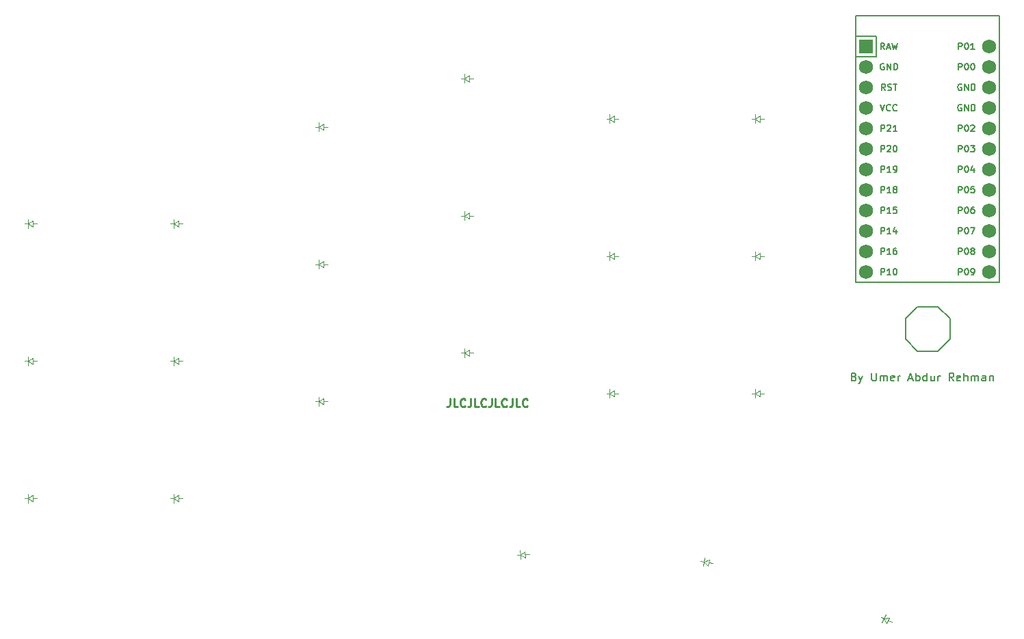
<source format=gbr>
%TF.GenerationSoftware,KiCad,Pcbnew,8.0.7*%
%TF.CreationDate,2024-12-30T14:18:56+04:00*%
%TF.ProjectId,ergoblock,6572676f-626c-46f6-936b-2e6b69636164,v1.0.0*%
%TF.SameCoordinates,Original*%
%TF.FileFunction,Legend,Top*%
%TF.FilePolarity,Positive*%
%FSLAX46Y46*%
G04 Gerber Fmt 4.6, Leading zero omitted, Abs format (unit mm)*
G04 Created by KiCad (PCBNEW 8.0.7) date 2024-12-30 14:18:56*
%MOMM*%
%LPD*%
G01*
G04 APERTURE LIST*
%ADD10C,0.187500*%
%ADD11C,0.250000*%
%ADD12C,0.150000*%
%ADD13C,0.100000*%
%ADD14R,1.752600X1.752600*%
%ADD15C,1.752600*%
G04 APERTURE END LIST*
D10*
X251894783Y-139944059D02*
X252037640Y-139991678D01*
X252037640Y-139991678D02*
X252085259Y-140039297D01*
X252085259Y-140039297D02*
X252132878Y-140134535D01*
X252132878Y-140134535D02*
X252132878Y-140277392D01*
X252132878Y-140277392D02*
X252085259Y-140372630D01*
X252085259Y-140372630D02*
X252037640Y-140420250D01*
X252037640Y-140420250D02*
X251942402Y-140467869D01*
X251942402Y-140467869D02*
X251561450Y-140467869D01*
X251561450Y-140467869D02*
X251561450Y-139467869D01*
X251561450Y-139467869D02*
X251894783Y-139467869D01*
X251894783Y-139467869D02*
X251990021Y-139515488D01*
X251990021Y-139515488D02*
X252037640Y-139563107D01*
X252037640Y-139563107D02*
X252085259Y-139658345D01*
X252085259Y-139658345D02*
X252085259Y-139753583D01*
X252085259Y-139753583D02*
X252037640Y-139848821D01*
X252037640Y-139848821D02*
X251990021Y-139896440D01*
X251990021Y-139896440D02*
X251894783Y-139944059D01*
X251894783Y-139944059D02*
X251561450Y-139944059D01*
X252466212Y-139801202D02*
X252704307Y-140467869D01*
X252942402Y-139801202D02*
X252704307Y-140467869D01*
X252704307Y-140467869D02*
X252609069Y-140705964D01*
X252609069Y-140705964D02*
X252561450Y-140753583D01*
X252561450Y-140753583D02*
X252466212Y-140801202D01*
X254085260Y-139467869D02*
X254085260Y-140277392D01*
X254085260Y-140277392D02*
X254132879Y-140372630D01*
X254132879Y-140372630D02*
X254180498Y-140420250D01*
X254180498Y-140420250D02*
X254275736Y-140467869D01*
X254275736Y-140467869D02*
X254466212Y-140467869D01*
X254466212Y-140467869D02*
X254561450Y-140420250D01*
X254561450Y-140420250D02*
X254609069Y-140372630D01*
X254609069Y-140372630D02*
X254656688Y-140277392D01*
X254656688Y-140277392D02*
X254656688Y-139467869D01*
X255132879Y-140467869D02*
X255132879Y-139801202D01*
X255132879Y-139896440D02*
X255180498Y-139848821D01*
X255180498Y-139848821D02*
X255275736Y-139801202D01*
X255275736Y-139801202D02*
X255418593Y-139801202D01*
X255418593Y-139801202D02*
X255513831Y-139848821D01*
X255513831Y-139848821D02*
X255561450Y-139944059D01*
X255561450Y-139944059D02*
X255561450Y-140467869D01*
X255561450Y-139944059D02*
X255609069Y-139848821D01*
X255609069Y-139848821D02*
X255704307Y-139801202D01*
X255704307Y-139801202D02*
X255847164Y-139801202D01*
X255847164Y-139801202D02*
X255942403Y-139848821D01*
X255942403Y-139848821D02*
X255990022Y-139944059D01*
X255990022Y-139944059D02*
X255990022Y-140467869D01*
X256847164Y-140420250D02*
X256751926Y-140467869D01*
X256751926Y-140467869D02*
X256561450Y-140467869D01*
X256561450Y-140467869D02*
X256466212Y-140420250D01*
X256466212Y-140420250D02*
X256418593Y-140325011D01*
X256418593Y-140325011D02*
X256418593Y-139944059D01*
X256418593Y-139944059D02*
X256466212Y-139848821D01*
X256466212Y-139848821D02*
X256561450Y-139801202D01*
X256561450Y-139801202D02*
X256751926Y-139801202D01*
X256751926Y-139801202D02*
X256847164Y-139848821D01*
X256847164Y-139848821D02*
X256894783Y-139944059D01*
X256894783Y-139944059D02*
X256894783Y-140039297D01*
X256894783Y-140039297D02*
X256418593Y-140134535D01*
X257323355Y-140467869D02*
X257323355Y-139801202D01*
X257323355Y-139991678D02*
X257370974Y-139896440D01*
X257370974Y-139896440D02*
X257418593Y-139848821D01*
X257418593Y-139848821D02*
X257513831Y-139801202D01*
X257513831Y-139801202D02*
X257609069Y-139801202D01*
X258656689Y-140182154D02*
X259132879Y-140182154D01*
X258561451Y-140467869D02*
X258894784Y-139467869D01*
X258894784Y-139467869D02*
X259228117Y-140467869D01*
X259561451Y-140467869D02*
X259561451Y-139467869D01*
X259561451Y-139848821D02*
X259656689Y-139801202D01*
X259656689Y-139801202D02*
X259847165Y-139801202D01*
X259847165Y-139801202D02*
X259942403Y-139848821D01*
X259942403Y-139848821D02*
X259990022Y-139896440D01*
X259990022Y-139896440D02*
X260037641Y-139991678D01*
X260037641Y-139991678D02*
X260037641Y-140277392D01*
X260037641Y-140277392D02*
X259990022Y-140372630D01*
X259990022Y-140372630D02*
X259942403Y-140420250D01*
X259942403Y-140420250D02*
X259847165Y-140467869D01*
X259847165Y-140467869D02*
X259656689Y-140467869D01*
X259656689Y-140467869D02*
X259561451Y-140420250D01*
X260894784Y-140467869D02*
X260894784Y-139467869D01*
X260894784Y-140420250D02*
X260799546Y-140467869D01*
X260799546Y-140467869D02*
X260609070Y-140467869D01*
X260609070Y-140467869D02*
X260513832Y-140420250D01*
X260513832Y-140420250D02*
X260466213Y-140372630D01*
X260466213Y-140372630D02*
X260418594Y-140277392D01*
X260418594Y-140277392D02*
X260418594Y-139991678D01*
X260418594Y-139991678D02*
X260466213Y-139896440D01*
X260466213Y-139896440D02*
X260513832Y-139848821D01*
X260513832Y-139848821D02*
X260609070Y-139801202D01*
X260609070Y-139801202D02*
X260799546Y-139801202D01*
X260799546Y-139801202D02*
X260894784Y-139848821D01*
X261799546Y-139801202D02*
X261799546Y-140467869D01*
X261370975Y-139801202D02*
X261370975Y-140325011D01*
X261370975Y-140325011D02*
X261418594Y-140420250D01*
X261418594Y-140420250D02*
X261513832Y-140467869D01*
X261513832Y-140467869D02*
X261656689Y-140467869D01*
X261656689Y-140467869D02*
X261751927Y-140420250D01*
X261751927Y-140420250D02*
X261799546Y-140372630D01*
X262275737Y-140467869D02*
X262275737Y-139801202D01*
X262275737Y-139991678D02*
X262323356Y-139896440D01*
X262323356Y-139896440D02*
X262370975Y-139848821D01*
X262370975Y-139848821D02*
X262466213Y-139801202D01*
X262466213Y-139801202D02*
X262561451Y-139801202D01*
X264228118Y-140467869D02*
X263894785Y-139991678D01*
X263656690Y-140467869D02*
X263656690Y-139467869D01*
X263656690Y-139467869D02*
X264037642Y-139467869D01*
X264037642Y-139467869D02*
X264132880Y-139515488D01*
X264132880Y-139515488D02*
X264180499Y-139563107D01*
X264180499Y-139563107D02*
X264228118Y-139658345D01*
X264228118Y-139658345D02*
X264228118Y-139801202D01*
X264228118Y-139801202D02*
X264180499Y-139896440D01*
X264180499Y-139896440D02*
X264132880Y-139944059D01*
X264132880Y-139944059D02*
X264037642Y-139991678D01*
X264037642Y-139991678D02*
X263656690Y-139991678D01*
X265037642Y-140420250D02*
X264942404Y-140467869D01*
X264942404Y-140467869D02*
X264751928Y-140467869D01*
X264751928Y-140467869D02*
X264656690Y-140420250D01*
X264656690Y-140420250D02*
X264609071Y-140325011D01*
X264609071Y-140325011D02*
X264609071Y-139944059D01*
X264609071Y-139944059D02*
X264656690Y-139848821D01*
X264656690Y-139848821D02*
X264751928Y-139801202D01*
X264751928Y-139801202D02*
X264942404Y-139801202D01*
X264942404Y-139801202D02*
X265037642Y-139848821D01*
X265037642Y-139848821D02*
X265085261Y-139944059D01*
X265085261Y-139944059D02*
X265085261Y-140039297D01*
X265085261Y-140039297D02*
X264609071Y-140134535D01*
X265513833Y-140467869D02*
X265513833Y-139467869D01*
X265942404Y-140467869D02*
X265942404Y-139944059D01*
X265942404Y-139944059D02*
X265894785Y-139848821D01*
X265894785Y-139848821D02*
X265799547Y-139801202D01*
X265799547Y-139801202D02*
X265656690Y-139801202D01*
X265656690Y-139801202D02*
X265561452Y-139848821D01*
X265561452Y-139848821D02*
X265513833Y-139896440D01*
X266418595Y-140467869D02*
X266418595Y-139801202D01*
X266418595Y-139896440D02*
X266466214Y-139848821D01*
X266466214Y-139848821D02*
X266561452Y-139801202D01*
X266561452Y-139801202D02*
X266704309Y-139801202D01*
X266704309Y-139801202D02*
X266799547Y-139848821D01*
X266799547Y-139848821D02*
X266847166Y-139944059D01*
X266847166Y-139944059D02*
X266847166Y-140467869D01*
X266847166Y-139944059D02*
X266894785Y-139848821D01*
X266894785Y-139848821D02*
X266990023Y-139801202D01*
X266990023Y-139801202D02*
X267132880Y-139801202D01*
X267132880Y-139801202D02*
X267228119Y-139848821D01*
X267228119Y-139848821D02*
X267275738Y-139944059D01*
X267275738Y-139944059D02*
X267275738Y-140467869D01*
X268180499Y-140467869D02*
X268180499Y-139944059D01*
X268180499Y-139944059D02*
X268132880Y-139848821D01*
X268132880Y-139848821D02*
X268037642Y-139801202D01*
X268037642Y-139801202D02*
X267847166Y-139801202D01*
X267847166Y-139801202D02*
X267751928Y-139848821D01*
X268180499Y-140420250D02*
X268085261Y-140467869D01*
X268085261Y-140467869D02*
X267847166Y-140467869D01*
X267847166Y-140467869D02*
X267751928Y-140420250D01*
X267751928Y-140420250D02*
X267704309Y-140325011D01*
X267704309Y-140325011D02*
X267704309Y-140229773D01*
X267704309Y-140229773D02*
X267751928Y-140134535D01*
X267751928Y-140134535D02*
X267847166Y-140086916D01*
X267847166Y-140086916D02*
X268085261Y-140086916D01*
X268085261Y-140086916D02*
X268180499Y-140039297D01*
X268656690Y-139801202D02*
X268656690Y-140467869D01*
X268656690Y-139896440D02*
X268704309Y-139848821D01*
X268704309Y-139848821D02*
X268799547Y-139801202D01*
X268799547Y-139801202D02*
X268942404Y-139801202D01*
X268942404Y-139801202D02*
X269037642Y-139848821D01*
X269037642Y-139848821D02*
X269085261Y-139944059D01*
X269085261Y-139944059D02*
X269085261Y-140467869D01*
D11*
X201888282Y-142664619D02*
X201888282Y-143378904D01*
X201888282Y-143378904D02*
X201840663Y-143521761D01*
X201840663Y-143521761D02*
X201745425Y-143617000D01*
X201745425Y-143617000D02*
X201602568Y-143664619D01*
X201602568Y-143664619D02*
X201507330Y-143664619D01*
X202840663Y-143664619D02*
X202364473Y-143664619D01*
X202364473Y-143664619D02*
X202364473Y-142664619D01*
X203745425Y-143569380D02*
X203697806Y-143617000D01*
X203697806Y-143617000D02*
X203554949Y-143664619D01*
X203554949Y-143664619D02*
X203459711Y-143664619D01*
X203459711Y-143664619D02*
X203316854Y-143617000D01*
X203316854Y-143617000D02*
X203221616Y-143521761D01*
X203221616Y-143521761D02*
X203173997Y-143426523D01*
X203173997Y-143426523D02*
X203126378Y-143236047D01*
X203126378Y-143236047D02*
X203126378Y-143093190D01*
X203126378Y-143093190D02*
X203173997Y-142902714D01*
X203173997Y-142902714D02*
X203221616Y-142807476D01*
X203221616Y-142807476D02*
X203316854Y-142712238D01*
X203316854Y-142712238D02*
X203459711Y-142664619D01*
X203459711Y-142664619D02*
X203554949Y-142664619D01*
X203554949Y-142664619D02*
X203697806Y-142712238D01*
X203697806Y-142712238D02*
X203745425Y-142759857D01*
X204459711Y-142664619D02*
X204459711Y-143378904D01*
X204459711Y-143378904D02*
X204412092Y-143521761D01*
X204412092Y-143521761D02*
X204316854Y-143617000D01*
X204316854Y-143617000D02*
X204173997Y-143664619D01*
X204173997Y-143664619D02*
X204078759Y-143664619D01*
X205412092Y-143664619D02*
X204935902Y-143664619D01*
X204935902Y-143664619D02*
X204935902Y-142664619D01*
X206316854Y-143569380D02*
X206269235Y-143617000D01*
X206269235Y-143617000D02*
X206126378Y-143664619D01*
X206126378Y-143664619D02*
X206031140Y-143664619D01*
X206031140Y-143664619D02*
X205888283Y-143617000D01*
X205888283Y-143617000D02*
X205793045Y-143521761D01*
X205793045Y-143521761D02*
X205745426Y-143426523D01*
X205745426Y-143426523D02*
X205697807Y-143236047D01*
X205697807Y-143236047D02*
X205697807Y-143093190D01*
X205697807Y-143093190D02*
X205745426Y-142902714D01*
X205745426Y-142902714D02*
X205793045Y-142807476D01*
X205793045Y-142807476D02*
X205888283Y-142712238D01*
X205888283Y-142712238D02*
X206031140Y-142664619D01*
X206031140Y-142664619D02*
X206126378Y-142664619D01*
X206126378Y-142664619D02*
X206269235Y-142712238D01*
X206269235Y-142712238D02*
X206316854Y-142759857D01*
X207031140Y-142664619D02*
X207031140Y-143378904D01*
X207031140Y-143378904D02*
X206983521Y-143521761D01*
X206983521Y-143521761D02*
X206888283Y-143617000D01*
X206888283Y-143617000D02*
X206745426Y-143664619D01*
X206745426Y-143664619D02*
X206650188Y-143664619D01*
X207983521Y-143664619D02*
X207507331Y-143664619D01*
X207507331Y-143664619D02*
X207507331Y-142664619D01*
X208888283Y-143569380D02*
X208840664Y-143617000D01*
X208840664Y-143617000D02*
X208697807Y-143664619D01*
X208697807Y-143664619D02*
X208602569Y-143664619D01*
X208602569Y-143664619D02*
X208459712Y-143617000D01*
X208459712Y-143617000D02*
X208364474Y-143521761D01*
X208364474Y-143521761D02*
X208316855Y-143426523D01*
X208316855Y-143426523D02*
X208269236Y-143236047D01*
X208269236Y-143236047D02*
X208269236Y-143093190D01*
X208269236Y-143093190D02*
X208316855Y-142902714D01*
X208316855Y-142902714D02*
X208364474Y-142807476D01*
X208364474Y-142807476D02*
X208459712Y-142712238D01*
X208459712Y-142712238D02*
X208602569Y-142664619D01*
X208602569Y-142664619D02*
X208697807Y-142664619D01*
X208697807Y-142664619D02*
X208840664Y-142712238D01*
X208840664Y-142712238D02*
X208888283Y-142759857D01*
X209602569Y-142664619D02*
X209602569Y-143378904D01*
X209602569Y-143378904D02*
X209554950Y-143521761D01*
X209554950Y-143521761D02*
X209459712Y-143617000D01*
X209459712Y-143617000D02*
X209316855Y-143664619D01*
X209316855Y-143664619D02*
X209221617Y-143664619D01*
X210554950Y-143664619D02*
X210078760Y-143664619D01*
X210078760Y-143664619D02*
X210078760Y-142664619D01*
X211459712Y-143569380D02*
X211412093Y-143617000D01*
X211412093Y-143617000D02*
X211269236Y-143664619D01*
X211269236Y-143664619D02*
X211173998Y-143664619D01*
X211173998Y-143664619D02*
X211031141Y-143617000D01*
X211031141Y-143617000D02*
X210935903Y-143521761D01*
X210935903Y-143521761D02*
X210888284Y-143426523D01*
X210888284Y-143426523D02*
X210840665Y-143236047D01*
X210840665Y-143236047D02*
X210840665Y-143093190D01*
X210840665Y-143093190D02*
X210888284Y-142902714D01*
X210888284Y-142902714D02*
X210935903Y-142807476D01*
X210935903Y-142807476D02*
X211031141Y-142712238D01*
X211031141Y-142712238D02*
X211173998Y-142664619D01*
X211173998Y-142664619D02*
X211269236Y-142664619D01*
X211269236Y-142664619D02*
X211412093Y-142712238D01*
X211412093Y-142712238D02*
X211459712Y-142759857D01*
D12*
X264828571Y-127332295D02*
X264828571Y-126532295D01*
X264828571Y-126532295D02*
X265133333Y-126532295D01*
X265133333Y-126532295D02*
X265209523Y-126570390D01*
X265209523Y-126570390D02*
X265247618Y-126608485D01*
X265247618Y-126608485D02*
X265285714Y-126684676D01*
X265285714Y-126684676D02*
X265285714Y-126798961D01*
X265285714Y-126798961D02*
X265247618Y-126875152D01*
X265247618Y-126875152D02*
X265209523Y-126913247D01*
X265209523Y-126913247D02*
X265133333Y-126951342D01*
X265133333Y-126951342D02*
X264828571Y-126951342D01*
X265780952Y-126532295D02*
X265857142Y-126532295D01*
X265857142Y-126532295D02*
X265933333Y-126570390D01*
X265933333Y-126570390D02*
X265971428Y-126608485D01*
X265971428Y-126608485D02*
X266009523Y-126684676D01*
X266009523Y-126684676D02*
X266047618Y-126837057D01*
X266047618Y-126837057D02*
X266047618Y-127027533D01*
X266047618Y-127027533D02*
X266009523Y-127179914D01*
X266009523Y-127179914D02*
X265971428Y-127256104D01*
X265971428Y-127256104D02*
X265933333Y-127294200D01*
X265933333Y-127294200D02*
X265857142Y-127332295D01*
X265857142Y-127332295D02*
X265780952Y-127332295D01*
X265780952Y-127332295D02*
X265704761Y-127294200D01*
X265704761Y-127294200D02*
X265666666Y-127256104D01*
X265666666Y-127256104D02*
X265628571Y-127179914D01*
X265628571Y-127179914D02*
X265590475Y-127027533D01*
X265590475Y-127027533D02*
X265590475Y-126837057D01*
X265590475Y-126837057D02*
X265628571Y-126684676D01*
X265628571Y-126684676D02*
X265666666Y-126608485D01*
X265666666Y-126608485D02*
X265704761Y-126570390D01*
X265704761Y-126570390D02*
X265780952Y-126532295D01*
X266428571Y-127332295D02*
X266580952Y-127332295D01*
X266580952Y-127332295D02*
X266657142Y-127294200D01*
X266657142Y-127294200D02*
X266695238Y-127256104D01*
X266695238Y-127256104D02*
X266771428Y-127141819D01*
X266771428Y-127141819D02*
X266809523Y-126989438D01*
X266809523Y-126989438D02*
X266809523Y-126684676D01*
X266809523Y-126684676D02*
X266771428Y-126608485D01*
X266771428Y-126608485D02*
X266733333Y-126570390D01*
X266733333Y-126570390D02*
X266657142Y-126532295D01*
X266657142Y-126532295D02*
X266504761Y-126532295D01*
X266504761Y-126532295D02*
X266428571Y-126570390D01*
X266428571Y-126570390D02*
X266390476Y-126608485D01*
X266390476Y-126608485D02*
X266352380Y-126684676D01*
X266352380Y-126684676D02*
X266352380Y-126875152D01*
X266352380Y-126875152D02*
X266390476Y-126951342D01*
X266390476Y-126951342D02*
X266428571Y-126989438D01*
X266428571Y-126989438D02*
X266504761Y-127027533D01*
X266504761Y-127027533D02*
X266657142Y-127027533D01*
X266657142Y-127027533D02*
X266733333Y-126989438D01*
X266733333Y-126989438D02*
X266771428Y-126951342D01*
X266771428Y-126951342D02*
X266809523Y-126875152D01*
X255228571Y-119712295D02*
X255228571Y-118912295D01*
X255228571Y-118912295D02*
X255533333Y-118912295D01*
X255533333Y-118912295D02*
X255609523Y-118950390D01*
X255609523Y-118950390D02*
X255647618Y-118988485D01*
X255647618Y-118988485D02*
X255685714Y-119064676D01*
X255685714Y-119064676D02*
X255685714Y-119178961D01*
X255685714Y-119178961D02*
X255647618Y-119255152D01*
X255647618Y-119255152D02*
X255609523Y-119293247D01*
X255609523Y-119293247D02*
X255533333Y-119331342D01*
X255533333Y-119331342D02*
X255228571Y-119331342D01*
X256447618Y-119712295D02*
X255990475Y-119712295D01*
X256219047Y-119712295D02*
X256219047Y-118912295D01*
X256219047Y-118912295D02*
X256142856Y-119026580D01*
X256142856Y-119026580D02*
X256066666Y-119102771D01*
X256066666Y-119102771D02*
X255990475Y-119140866D01*
X257171428Y-118912295D02*
X256790476Y-118912295D01*
X256790476Y-118912295D02*
X256752380Y-119293247D01*
X256752380Y-119293247D02*
X256790476Y-119255152D01*
X256790476Y-119255152D02*
X256866666Y-119217057D01*
X256866666Y-119217057D02*
X257057142Y-119217057D01*
X257057142Y-119217057D02*
X257133333Y-119255152D01*
X257133333Y-119255152D02*
X257171428Y-119293247D01*
X257171428Y-119293247D02*
X257209523Y-119369438D01*
X257209523Y-119369438D02*
X257209523Y-119559914D01*
X257209523Y-119559914D02*
X257171428Y-119636104D01*
X257171428Y-119636104D02*
X257133333Y-119674200D01*
X257133333Y-119674200D02*
X257057142Y-119712295D01*
X257057142Y-119712295D02*
X256866666Y-119712295D01*
X256866666Y-119712295D02*
X256790476Y-119674200D01*
X256790476Y-119674200D02*
X256752380Y-119636104D01*
X264828571Y-124792295D02*
X264828571Y-123992295D01*
X264828571Y-123992295D02*
X265133333Y-123992295D01*
X265133333Y-123992295D02*
X265209523Y-124030390D01*
X265209523Y-124030390D02*
X265247618Y-124068485D01*
X265247618Y-124068485D02*
X265285714Y-124144676D01*
X265285714Y-124144676D02*
X265285714Y-124258961D01*
X265285714Y-124258961D02*
X265247618Y-124335152D01*
X265247618Y-124335152D02*
X265209523Y-124373247D01*
X265209523Y-124373247D02*
X265133333Y-124411342D01*
X265133333Y-124411342D02*
X264828571Y-124411342D01*
X265780952Y-123992295D02*
X265857142Y-123992295D01*
X265857142Y-123992295D02*
X265933333Y-124030390D01*
X265933333Y-124030390D02*
X265971428Y-124068485D01*
X265971428Y-124068485D02*
X266009523Y-124144676D01*
X266009523Y-124144676D02*
X266047618Y-124297057D01*
X266047618Y-124297057D02*
X266047618Y-124487533D01*
X266047618Y-124487533D02*
X266009523Y-124639914D01*
X266009523Y-124639914D02*
X265971428Y-124716104D01*
X265971428Y-124716104D02*
X265933333Y-124754200D01*
X265933333Y-124754200D02*
X265857142Y-124792295D01*
X265857142Y-124792295D02*
X265780952Y-124792295D01*
X265780952Y-124792295D02*
X265704761Y-124754200D01*
X265704761Y-124754200D02*
X265666666Y-124716104D01*
X265666666Y-124716104D02*
X265628571Y-124639914D01*
X265628571Y-124639914D02*
X265590475Y-124487533D01*
X265590475Y-124487533D02*
X265590475Y-124297057D01*
X265590475Y-124297057D02*
X265628571Y-124144676D01*
X265628571Y-124144676D02*
X265666666Y-124068485D01*
X265666666Y-124068485D02*
X265704761Y-124030390D01*
X265704761Y-124030390D02*
X265780952Y-123992295D01*
X266504761Y-124335152D02*
X266428571Y-124297057D01*
X266428571Y-124297057D02*
X266390476Y-124258961D01*
X266390476Y-124258961D02*
X266352380Y-124182771D01*
X266352380Y-124182771D02*
X266352380Y-124144676D01*
X266352380Y-124144676D02*
X266390476Y-124068485D01*
X266390476Y-124068485D02*
X266428571Y-124030390D01*
X266428571Y-124030390D02*
X266504761Y-123992295D01*
X266504761Y-123992295D02*
X266657142Y-123992295D01*
X266657142Y-123992295D02*
X266733333Y-124030390D01*
X266733333Y-124030390D02*
X266771428Y-124068485D01*
X266771428Y-124068485D02*
X266809523Y-124144676D01*
X266809523Y-124144676D02*
X266809523Y-124182771D01*
X266809523Y-124182771D02*
X266771428Y-124258961D01*
X266771428Y-124258961D02*
X266733333Y-124297057D01*
X266733333Y-124297057D02*
X266657142Y-124335152D01*
X266657142Y-124335152D02*
X266504761Y-124335152D01*
X266504761Y-124335152D02*
X266428571Y-124373247D01*
X266428571Y-124373247D02*
X266390476Y-124411342D01*
X266390476Y-124411342D02*
X266352380Y-124487533D01*
X266352380Y-124487533D02*
X266352380Y-124639914D01*
X266352380Y-124639914D02*
X266390476Y-124716104D01*
X266390476Y-124716104D02*
X266428571Y-124754200D01*
X266428571Y-124754200D02*
X266504761Y-124792295D01*
X266504761Y-124792295D02*
X266657142Y-124792295D01*
X266657142Y-124792295D02*
X266733333Y-124754200D01*
X266733333Y-124754200D02*
X266771428Y-124716104D01*
X266771428Y-124716104D02*
X266809523Y-124639914D01*
X266809523Y-124639914D02*
X266809523Y-124487533D01*
X266809523Y-124487533D02*
X266771428Y-124411342D01*
X266771428Y-124411342D02*
X266733333Y-124373247D01*
X266733333Y-124373247D02*
X266657142Y-124335152D01*
X255228571Y-114632295D02*
X255228571Y-113832295D01*
X255228571Y-113832295D02*
X255533333Y-113832295D01*
X255533333Y-113832295D02*
X255609523Y-113870390D01*
X255609523Y-113870390D02*
X255647618Y-113908485D01*
X255647618Y-113908485D02*
X255685714Y-113984676D01*
X255685714Y-113984676D02*
X255685714Y-114098961D01*
X255685714Y-114098961D02*
X255647618Y-114175152D01*
X255647618Y-114175152D02*
X255609523Y-114213247D01*
X255609523Y-114213247D02*
X255533333Y-114251342D01*
X255533333Y-114251342D02*
X255228571Y-114251342D01*
X256447618Y-114632295D02*
X255990475Y-114632295D01*
X256219047Y-114632295D02*
X256219047Y-113832295D01*
X256219047Y-113832295D02*
X256142856Y-113946580D01*
X256142856Y-113946580D02*
X256066666Y-114022771D01*
X256066666Y-114022771D02*
X255990475Y-114060866D01*
X256828571Y-114632295D02*
X256980952Y-114632295D01*
X256980952Y-114632295D02*
X257057142Y-114594200D01*
X257057142Y-114594200D02*
X257095238Y-114556104D01*
X257095238Y-114556104D02*
X257171428Y-114441819D01*
X257171428Y-114441819D02*
X257209523Y-114289438D01*
X257209523Y-114289438D02*
X257209523Y-113984676D01*
X257209523Y-113984676D02*
X257171428Y-113908485D01*
X257171428Y-113908485D02*
X257133333Y-113870390D01*
X257133333Y-113870390D02*
X257057142Y-113832295D01*
X257057142Y-113832295D02*
X256904761Y-113832295D01*
X256904761Y-113832295D02*
X256828571Y-113870390D01*
X256828571Y-113870390D02*
X256790476Y-113908485D01*
X256790476Y-113908485D02*
X256752380Y-113984676D01*
X256752380Y-113984676D02*
X256752380Y-114175152D01*
X256752380Y-114175152D02*
X256790476Y-114251342D01*
X256790476Y-114251342D02*
X256828571Y-114289438D01*
X256828571Y-114289438D02*
X256904761Y-114327533D01*
X256904761Y-114327533D02*
X257057142Y-114327533D01*
X257057142Y-114327533D02*
X257133333Y-114289438D01*
X257133333Y-114289438D02*
X257171428Y-114251342D01*
X257171428Y-114251342D02*
X257209523Y-114175152D01*
X255228571Y-112092295D02*
X255228571Y-111292295D01*
X255228571Y-111292295D02*
X255533333Y-111292295D01*
X255533333Y-111292295D02*
X255609523Y-111330390D01*
X255609523Y-111330390D02*
X255647618Y-111368485D01*
X255647618Y-111368485D02*
X255685714Y-111444676D01*
X255685714Y-111444676D02*
X255685714Y-111558961D01*
X255685714Y-111558961D02*
X255647618Y-111635152D01*
X255647618Y-111635152D02*
X255609523Y-111673247D01*
X255609523Y-111673247D02*
X255533333Y-111711342D01*
X255533333Y-111711342D02*
X255228571Y-111711342D01*
X255990475Y-111368485D02*
X256028571Y-111330390D01*
X256028571Y-111330390D02*
X256104761Y-111292295D01*
X256104761Y-111292295D02*
X256295237Y-111292295D01*
X256295237Y-111292295D02*
X256371428Y-111330390D01*
X256371428Y-111330390D02*
X256409523Y-111368485D01*
X256409523Y-111368485D02*
X256447618Y-111444676D01*
X256447618Y-111444676D02*
X256447618Y-111520866D01*
X256447618Y-111520866D02*
X256409523Y-111635152D01*
X256409523Y-111635152D02*
X255952380Y-112092295D01*
X255952380Y-112092295D02*
X256447618Y-112092295D01*
X256942857Y-111292295D02*
X257019047Y-111292295D01*
X257019047Y-111292295D02*
X257095238Y-111330390D01*
X257095238Y-111330390D02*
X257133333Y-111368485D01*
X257133333Y-111368485D02*
X257171428Y-111444676D01*
X257171428Y-111444676D02*
X257209523Y-111597057D01*
X257209523Y-111597057D02*
X257209523Y-111787533D01*
X257209523Y-111787533D02*
X257171428Y-111939914D01*
X257171428Y-111939914D02*
X257133333Y-112016104D01*
X257133333Y-112016104D02*
X257095238Y-112054200D01*
X257095238Y-112054200D02*
X257019047Y-112092295D01*
X257019047Y-112092295D02*
X256942857Y-112092295D01*
X256942857Y-112092295D02*
X256866666Y-112054200D01*
X256866666Y-112054200D02*
X256828571Y-112016104D01*
X256828571Y-112016104D02*
X256790476Y-111939914D01*
X256790476Y-111939914D02*
X256752380Y-111787533D01*
X256752380Y-111787533D02*
X256752380Y-111597057D01*
X256752380Y-111597057D02*
X256790476Y-111444676D01*
X256790476Y-111444676D02*
X256828571Y-111368485D01*
X256828571Y-111368485D02*
X256866666Y-111330390D01*
X256866666Y-111330390D02*
X256942857Y-111292295D01*
X265190476Y-103710390D02*
X265114286Y-103672295D01*
X265114286Y-103672295D02*
X265000000Y-103672295D01*
X265000000Y-103672295D02*
X264885714Y-103710390D01*
X264885714Y-103710390D02*
X264809524Y-103786580D01*
X264809524Y-103786580D02*
X264771429Y-103862771D01*
X264771429Y-103862771D02*
X264733333Y-104015152D01*
X264733333Y-104015152D02*
X264733333Y-104129438D01*
X264733333Y-104129438D02*
X264771429Y-104281819D01*
X264771429Y-104281819D02*
X264809524Y-104358009D01*
X264809524Y-104358009D02*
X264885714Y-104434200D01*
X264885714Y-104434200D02*
X265000000Y-104472295D01*
X265000000Y-104472295D02*
X265076191Y-104472295D01*
X265076191Y-104472295D02*
X265190476Y-104434200D01*
X265190476Y-104434200D02*
X265228572Y-104396104D01*
X265228572Y-104396104D02*
X265228572Y-104129438D01*
X265228572Y-104129438D02*
X265076191Y-104129438D01*
X265571429Y-104472295D02*
X265571429Y-103672295D01*
X265571429Y-103672295D02*
X266028572Y-104472295D01*
X266028572Y-104472295D02*
X266028572Y-103672295D01*
X266409524Y-104472295D02*
X266409524Y-103672295D01*
X266409524Y-103672295D02*
X266600000Y-103672295D01*
X266600000Y-103672295D02*
X266714286Y-103710390D01*
X266714286Y-103710390D02*
X266790476Y-103786580D01*
X266790476Y-103786580D02*
X266828571Y-103862771D01*
X266828571Y-103862771D02*
X266866667Y-104015152D01*
X266866667Y-104015152D02*
X266866667Y-104129438D01*
X266866667Y-104129438D02*
X266828571Y-104281819D01*
X266828571Y-104281819D02*
X266790476Y-104358009D01*
X266790476Y-104358009D02*
X266714286Y-104434200D01*
X266714286Y-104434200D02*
X266600000Y-104472295D01*
X266600000Y-104472295D02*
X266409524Y-104472295D01*
X255228571Y-122252295D02*
X255228571Y-121452295D01*
X255228571Y-121452295D02*
X255533333Y-121452295D01*
X255533333Y-121452295D02*
X255609523Y-121490390D01*
X255609523Y-121490390D02*
X255647618Y-121528485D01*
X255647618Y-121528485D02*
X255685714Y-121604676D01*
X255685714Y-121604676D02*
X255685714Y-121718961D01*
X255685714Y-121718961D02*
X255647618Y-121795152D01*
X255647618Y-121795152D02*
X255609523Y-121833247D01*
X255609523Y-121833247D02*
X255533333Y-121871342D01*
X255533333Y-121871342D02*
X255228571Y-121871342D01*
X256447618Y-122252295D02*
X255990475Y-122252295D01*
X256219047Y-122252295D02*
X256219047Y-121452295D01*
X256219047Y-121452295D02*
X256142856Y-121566580D01*
X256142856Y-121566580D02*
X256066666Y-121642771D01*
X256066666Y-121642771D02*
X255990475Y-121680866D01*
X257133333Y-121718961D02*
X257133333Y-122252295D01*
X256942857Y-121414200D02*
X256752380Y-121985628D01*
X256752380Y-121985628D02*
X257247619Y-121985628D01*
X264828571Y-122252295D02*
X264828571Y-121452295D01*
X264828571Y-121452295D02*
X265133333Y-121452295D01*
X265133333Y-121452295D02*
X265209523Y-121490390D01*
X265209523Y-121490390D02*
X265247618Y-121528485D01*
X265247618Y-121528485D02*
X265285714Y-121604676D01*
X265285714Y-121604676D02*
X265285714Y-121718961D01*
X265285714Y-121718961D02*
X265247618Y-121795152D01*
X265247618Y-121795152D02*
X265209523Y-121833247D01*
X265209523Y-121833247D02*
X265133333Y-121871342D01*
X265133333Y-121871342D02*
X264828571Y-121871342D01*
X265780952Y-121452295D02*
X265857142Y-121452295D01*
X265857142Y-121452295D02*
X265933333Y-121490390D01*
X265933333Y-121490390D02*
X265971428Y-121528485D01*
X265971428Y-121528485D02*
X266009523Y-121604676D01*
X266009523Y-121604676D02*
X266047618Y-121757057D01*
X266047618Y-121757057D02*
X266047618Y-121947533D01*
X266047618Y-121947533D02*
X266009523Y-122099914D01*
X266009523Y-122099914D02*
X265971428Y-122176104D01*
X265971428Y-122176104D02*
X265933333Y-122214200D01*
X265933333Y-122214200D02*
X265857142Y-122252295D01*
X265857142Y-122252295D02*
X265780952Y-122252295D01*
X265780952Y-122252295D02*
X265704761Y-122214200D01*
X265704761Y-122214200D02*
X265666666Y-122176104D01*
X265666666Y-122176104D02*
X265628571Y-122099914D01*
X265628571Y-122099914D02*
X265590475Y-121947533D01*
X265590475Y-121947533D02*
X265590475Y-121757057D01*
X265590475Y-121757057D02*
X265628571Y-121604676D01*
X265628571Y-121604676D02*
X265666666Y-121528485D01*
X265666666Y-121528485D02*
X265704761Y-121490390D01*
X265704761Y-121490390D02*
X265780952Y-121452295D01*
X266314285Y-121452295D02*
X266847619Y-121452295D01*
X266847619Y-121452295D02*
X266504761Y-122252295D01*
X255228571Y-109552295D02*
X255228571Y-108752295D01*
X255228571Y-108752295D02*
X255533333Y-108752295D01*
X255533333Y-108752295D02*
X255609523Y-108790390D01*
X255609523Y-108790390D02*
X255647618Y-108828485D01*
X255647618Y-108828485D02*
X255685714Y-108904676D01*
X255685714Y-108904676D02*
X255685714Y-109018961D01*
X255685714Y-109018961D02*
X255647618Y-109095152D01*
X255647618Y-109095152D02*
X255609523Y-109133247D01*
X255609523Y-109133247D02*
X255533333Y-109171342D01*
X255533333Y-109171342D02*
X255228571Y-109171342D01*
X255990475Y-108828485D02*
X256028571Y-108790390D01*
X256028571Y-108790390D02*
X256104761Y-108752295D01*
X256104761Y-108752295D02*
X256295237Y-108752295D01*
X256295237Y-108752295D02*
X256371428Y-108790390D01*
X256371428Y-108790390D02*
X256409523Y-108828485D01*
X256409523Y-108828485D02*
X256447618Y-108904676D01*
X256447618Y-108904676D02*
X256447618Y-108980866D01*
X256447618Y-108980866D02*
X256409523Y-109095152D01*
X256409523Y-109095152D02*
X255952380Y-109552295D01*
X255952380Y-109552295D02*
X256447618Y-109552295D01*
X257209523Y-109552295D02*
X256752380Y-109552295D01*
X256980952Y-109552295D02*
X256980952Y-108752295D01*
X256980952Y-108752295D02*
X256904761Y-108866580D01*
X256904761Y-108866580D02*
X256828571Y-108942771D01*
X256828571Y-108942771D02*
X256752380Y-108980866D01*
X264828571Y-99392295D02*
X264828571Y-98592295D01*
X264828571Y-98592295D02*
X265133333Y-98592295D01*
X265133333Y-98592295D02*
X265209523Y-98630390D01*
X265209523Y-98630390D02*
X265247618Y-98668485D01*
X265247618Y-98668485D02*
X265285714Y-98744676D01*
X265285714Y-98744676D02*
X265285714Y-98858961D01*
X265285714Y-98858961D02*
X265247618Y-98935152D01*
X265247618Y-98935152D02*
X265209523Y-98973247D01*
X265209523Y-98973247D02*
X265133333Y-99011342D01*
X265133333Y-99011342D02*
X264828571Y-99011342D01*
X265780952Y-98592295D02*
X265857142Y-98592295D01*
X265857142Y-98592295D02*
X265933333Y-98630390D01*
X265933333Y-98630390D02*
X265971428Y-98668485D01*
X265971428Y-98668485D02*
X266009523Y-98744676D01*
X266009523Y-98744676D02*
X266047618Y-98897057D01*
X266047618Y-98897057D02*
X266047618Y-99087533D01*
X266047618Y-99087533D02*
X266009523Y-99239914D01*
X266009523Y-99239914D02*
X265971428Y-99316104D01*
X265971428Y-99316104D02*
X265933333Y-99354200D01*
X265933333Y-99354200D02*
X265857142Y-99392295D01*
X265857142Y-99392295D02*
X265780952Y-99392295D01*
X265780952Y-99392295D02*
X265704761Y-99354200D01*
X265704761Y-99354200D02*
X265666666Y-99316104D01*
X265666666Y-99316104D02*
X265628571Y-99239914D01*
X265628571Y-99239914D02*
X265590475Y-99087533D01*
X265590475Y-99087533D02*
X265590475Y-98897057D01*
X265590475Y-98897057D02*
X265628571Y-98744676D01*
X265628571Y-98744676D02*
X265666666Y-98668485D01*
X265666666Y-98668485D02*
X265704761Y-98630390D01*
X265704761Y-98630390D02*
X265780952Y-98592295D01*
X266809523Y-99392295D02*
X266352380Y-99392295D01*
X266580952Y-99392295D02*
X266580952Y-98592295D01*
X266580952Y-98592295D02*
X266504761Y-98706580D01*
X266504761Y-98706580D02*
X266428571Y-98782771D01*
X266428571Y-98782771D02*
X266352380Y-98820866D01*
X264828571Y-101932295D02*
X264828571Y-101132295D01*
X264828571Y-101132295D02*
X265133333Y-101132295D01*
X265133333Y-101132295D02*
X265209523Y-101170390D01*
X265209523Y-101170390D02*
X265247618Y-101208485D01*
X265247618Y-101208485D02*
X265285714Y-101284676D01*
X265285714Y-101284676D02*
X265285714Y-101398961D01*
X265285714Y-101398961D02*
X265247618Y-101475152D01*
X265247618Y-101475152D02*
X265209523Y-101513247D01*
X265209523Y-101513247D02*
X265133333Y-101551342D01*
X265133333Y-101551342D02*
X264828571Y-101551342D01*
X265780952Y-101132295D02*
X265857142Y-101132295D01*
X265857142Y-101132295D02*
X265933333Y-101170390D01*
X265933333Y-101170390D02*
X265971428Y-101208485D01*
X265971428Y-101208485D02*
X266009523Y-101284676D01*
X266009523Y-101284676D02*
X266047618Y-101437057D01*
X266047618Y-101437057D02*
X266047618Y-101627533D01*
X266047618Y-101627533D02*
X266009523Y-101779914D01*
X266009523Y-101779914D02*
X265971428Y-101856104D01*
X265971428Y-101856104D02*
X265933333Y-101894200D01*
X265933333Y-101894200D02*
X265857142Y-101932295D01*
X265857142Y-101932295D02*
X265780952Y-101932295D01*
X265780952Y-101932295D02*
X265704761Y-101894200D01*
X265704761Y-101894200D02*
X265666666Y-101856104D01*
X265666666Y-101856104D02*
X265628571Y-101779914D01*
X265628571Y-101779914D02*
X265590475Y-101627533D01*
X265590475Y-101627533D02*
X265590475Y-101437057D01*
X265590475Y-101437057D02*
X265628571Y-101284676D01*
X265628571Y-101284676D02*
X265666666Y-101208485D01*
X265666666Y-101208485D02*
X265704761Y-101170390D01*
X265704761Y-101170390D02*
X265780952Y-101132295D01*
X266542857Y-101132295D02*
X266619047Y-101132295D01*
X266619047Y-101132295D02*
X266695238Y-101170390D01*
X266695238Y-101170390D02*
X266733333Y-101208485D01*
X266733333Y-101208485D02*
X266771428Y-101284676D01*
X266771428Y-101284676D02*
X266809523Y-101437057D01*
X266809523Y-101437057D02*
X266809523Y-101627533D01*
X266809523Y-101627533D02*
X266771428Y-101779914D01*
X266771428Y-101779914D02*
X266733333Y-101856104D01*
X266733333Y-101856104D02*
X266695238Y-101894200D01*
X266695238Y-101894200D02*
X266619047Y-101932295D01*
X266619047Y-101932295D02*
X266542857Y-101932295D01*
X266542857Y-101932295D02*
X266466666Y-101894200D01*
X266466666Y-101894200D02*
X266428571Y-101856104D01*
X266428571Y-101856104D02*
X266390476Y-101779914D01*
X266390476Y-101779914D02*
X266352380Y-101627533D01*
X266352380Y-101627533D02*
X266352380Y-101437057D01*
X266352380Y-101437057D02*
X266390476Y-101284676D01*
X266390476Y-101284676D02*
X266428571Y-101208485D01*
X266428571Y-101208485D02*
X266466666Y-101170390D01*
X266466666Y-101170390D02*
X266542857Y-101132295D01*
X255228571Y-127332295D02*
X255228571Y-126532295D01*
X255228571Y-126532295D02*
X255533333Y-126532295D01*
X255533333Y-126532295D02*
X255609523Y-126570390D01*
X255609523Y-126570390D02*
X255647618Y-126608485D01*
X255647618Y-126608485D02*
X255685714Y-126684676D01*
X255685714Y-126684676D02*
X255685714Y-126798961D01*
X255685714Y-126798961D02*
X255647618Y-126875152D01*
X255647618Y-126875152D02*
X255609523Y-126913247D01*
X255609523Y-126913247D02*
X255533333Y-126951342D01*
X255533333Y-126951342D02*
X255228571Y-126951342D01*
X256447618Y-127332295D02*
X255990475Y-127332295D01*
X256219047Y-127332295D02*
X256219047Y-126532295D01*
X256219047Y-126532295D02*
X256142856Y-126646580D01*
X256142856Y-126646580D02*
X256066666Y-126722771D01*
X256066666Y-126722771D02*
X255990475Y-126760866D01*
X256942857Y-126532295D02*
X257019047Y-126532295D01*
X257019047Y-126532295D02*
X257095238Y-126570390D01*
X257095238Y-126570390D02*
X257133333Y-126608485D01*
X257133333Y-126608485D02*
X257171428Y-126684676D01*
X257171428Y-126684676D02*
X257209523Y-126837057D01*
X257209523Y-126837057D02*
X257209523Y-127027533D01*
X257209523Y-127027533D02*
X257171428Y-127179914D01*
X257171428Y-127179914D02*
X257133333Y-127256104D01*
X257133333Y-127256104D02*
X257095238Y-127294200D01*
X257095238Y-127294200D02*
X257019047Y-127332295D01*
X257019047Y-127332295D02*
X256942857Y-127332295D01*
X256942857Y-127332295D02*
X256866666Y-127294200D01*
X256866666Y-127294200D02*
X256828571Y-127256104D01*
X256828571Y-127256104D02*
X256790476Y-127179914D01*
X256790476Y-127179914D02*
X256752380Y-127027533D01*
X256752380Y-127027533D02*
X256752380Y-126837057D01*
X256752380Y-126837057D02*
X256790476Y-126684676D01*
X256790476Y-126684676D02*
X256828571Y-126608485D01*
X256828571Y-126608485D02*
X256866666Y-126570390D01*
X256866666Y-126570390D02*
X256942857Y-126532295D01*
X264828571Y-117172295D02*
X264828571Y-116372295D01*
X264828571Y-116372295D02*
X265133333Y-116372295D01*
X265133333Y-116372295D02*
X265209523Y-116410390D01*
X265209523Y-116410390D02*
X265247618Y-116448485D01*
X265247618Y-116448485D02*
X265285714Y-116524676D01*
X265285714Y-116524676D02*
X265285714Y-116638961D01*
X265285714Y-116638961D02*
X265247618Y-116715152D01*
X265247618Y-116715152D02*
X265209523Y-116753247D01*
X265209523Y-116753247D02*
X265133333Y-116791342D01*
X265133333Y-116791342D02*
X264828571Y-116791342D01*
X265780952Y-116372295D02*
X265857142Y-116372295D01*
X265857142Y-116372295D02*
X265933333Y-116410390D01*
X265933333Y-116410390D02*
X265971428Y-116448485D01*
X265971428Y-116448485D02*
X266009523Y-116524676D01*
X266009523Y-116524676D02*
X266047618Y-116677057D01*
X266047618Y-116677057D02*
X266047618Y-116867533D01*
X266047618Y-116867533D02*
X266009523Y-117019914D01*
X266009523Y-117019914D02*
X265971428Y-117096104D01*
X265971428Y-117096104D02*
X265933333Y-117134200D01*
X265933333Y-117134200D02*
X265857142Y-117172295D01*
X265857142Y-117172295D02*
X265780952Y-117172295D01*
X265780952Y-117172295D02*
X265704761Y-117134200D01*
X265704761Y-117134200D02*
X265666666Y-117096104D01*
X265666666Y-117096104D02*
X265628571Y-117019914D01*
X265628571Y-117019914D02*
X265590475Y-116867533D01*
X265590475Y-116867533D02*
X265590475Y-116677057D01*
X265590475Y-116677057D02*
X265628571Y-116524676D01*
X265628571Y-116524676D02*
X265666666Y-116448485D01*
X265666666Y-116448485D02*
X265704761Y-116410390D01*
X265704761Y-116410390D02*
X265780952Y-116372295D01*
X266771428Y-116372295D02*
X266390476Y-116372295D01*
X266390476Y-116372295D02*
X266352380Y-116753247D01*
X266352380Y-116753247D02*
X266390476Y-116715152D01*
X266390476Y-116715152D02*
X266466666Y-116677057D01*
X266466666Y-116677057D02*
X266657142Y-116677057D01*
X266657142Y-116677057D02*
X266733333Y-116715152D01*
X266733333Y-116715152D02*
X266771428Y-116753247D01*
X266771428Y-116753247D02*
X266809523Y-116829438D01*
X266809523Y-116829438D02*
X266809523Y-117019914D01*
X266809523Y-117019914D02*
X266771428Y-117096104D01*
X266771428Y-117096104D02*
X266733333Y-117134200D01*
X266733333Y-117134200D02*
X266657142Y-117172295D01*
X266657142Y-117172295D02*
X266466666Y-117172295D01*
X266466666Y-117172295D02*
X266390476Y-117134200D01*
X266390476Y-117134200D02*
X266352380Y-117096104D01*
X264828571Y-119712295D02*
X264828571Y-118912295D01*
X264828571Y-118912295D02*
X265133333Y-118912295D01*
X265133333Y-118912295D02*
X265209523Y-118950390D01*
X265209523Y-118950390D02*
X265247618Y-118988485D01*
X265247618Y-118988485D02*
X265285714Y-119064676D01*
X265285714Y-119064676D02*
X265285714Y-119178961D01*
X265285714Y-119178961D02*
X265247618Y-119255152D01*
X265247618Y-119255152D02*
X265209523Y-119293247D01*
X265209523Y-119293247D02*
X265133333Y-119331342D01*
X265133333Y-119331342D02*
X264828571Y-119331342D01*
X265780952Y-118912295D02*
X265857142Y-118912295D01*
X265857142Y-118912295D02*
X265933333Y-118950390D01*
X265933333Y-118950390D02*
X265971428Y-118988485D01*
X265971428Y-118988485D02*
X266009523Y-119064676D01*
X266009523Y-119064676D02*
X266047618Y-119217057D01*
X266047618Y-119217057D02*
X266047618Y-119407533D01*
X266047618Y-119407533D02*
X266009523Y-119559914D01*
X266009523Y-119559914D02*
X265971428Y-119636104D01*
X265971428Y-119636104D02*
X265933333Y-119674200D01*
X265933333Y-119674200D02*
X265857142Y-119712295D01*
X265857142Y-119712295D02*
X265780952Y-119712295D01*
X265780952Y-119712295D02*
X265704761Y-119674200D01*
X265704761Y-119674200D02*
X265666666Y-119636104D01*
X265666666Y-119636104D02*
X265628571Y-119559914D01*
X265628571Y-119559914D02*
X265590475Y-119407533D01*
X265590475Y-119407533D02*
X265590475Y-119217057D01*
X265590475Y-119217057D02*
X265628571Y-119064676D01*
X265628571Y-119064676D02*
X265666666Y-118988485D01*
X265666666Y-118988485D02*
X265704761Y-118950390D01*
X265704761Y-118950390D02*
X265780952Y-118912295D01*
X266733333Y-118912295D02*
X266580952Y-118912295D01*
X266580952Y-118912295D02*
X266504761Y-118950390D01*
X266504761Y-118950390D02*
X266466666Y-118988485D01*
X266466666Y-118988485D02*
X266390476Y-119102771D01*
X266390476Y-119102771D02*
X266352380Y-119255152D01*
X266352380Y-119255152D02*
X266352380Y-119559914D01*
X266352380Y-119559914D02*
X266390476Y-119636104D01*
X266390476Y-119636104D02*
X266428571Y-119674200D01*
X266428571Y-119674200D02*
X266504761Y-119712295D01*
X266504761Y-119712295D02*
X266657142Y-119712295D01*
X266657142Y-119712295D02*
X266733333Y-119674200D01*
X266733333Y-119674200D02*
X266771428Y-119636104D01*
X266771428Y-119636104D02*
X266809523Y-119559914D01*
X266809523Y-119559914D02*
X266809523Y-119369438D01*
X266809523Y-119369438D02*
X266771428Y-119293247D01*
X266771428Y-119293247D02*
X266733333Y-119255152D01*
X266733333Y-119255152D02*
X266657142Y-119217057D01*
X266657142Y-119217057D02*
X266504761Y-119217057D01*
X266504761Y-119217057D02*
X266428571Y-119255152D01*
X266428571Y-119255152D02*
X266390476Y-119293247D01*
X266390476Y-119293247D02*
X266352380Y-119369438D01*
X264828571Y-109552295D02*
X264828571Y-108752295D01*
X264828571Y-108752295D02*
X265133333Y-108752295D01*
X265133333Y-108752295D02*
X265209523Y-108790390D01*
X265209523Y-108790390D02*
X265247618Y-108828485D01*
X265247618Y-108828485D02*
X265285714Y-108904676D01*
X265285714Y-108904676D02*
X265285714Y-109018961D01*
X265285714Y-109018961D02*
X265247618Y-109095152D01*
X265247618Y-109095152D02*
X265209523Y-109133247D01*
X265209523Y-109133247D02*
X265133333Y-109171342D01*
X265133333Y-109171342D02*
X264828571Y-109171342D01*
X265780952Y-108752295D02*
X265857142Y-108752295D01*
X265857142Y-108752295D02*
X265933333Y-108790390D01*
X265933333Y-108790390D02*
X265971428Y-108828485D01*
X265971428Y-108828485D02*
X266009523Y-108904676D01*
X266009523Y-108904676D02*
X266047618Y-109057057D01*
X266047618Y-109057057D02*
X266047618Y-109247533D01*
X266047618Y-109247533D02*
X266009523Y-109399914D01*
X266009523Y-109399914D02*
X265971428Y-109476104D01*
X265971428Y-109476104D02*
X265933333Y-109514200D01*
X265933333Y-109514200D02*
X265857142Y-109552295D01*
X265857142Y-109552295D02*
X265780952Y-109552295D01*
X265780952Y-109552295D02*
X265704761Y-109514200D01*
X265704761Y-109514200D02*
X265666666Y-109476104D01*
X265666666Y-109476104D02*
X265628571Y-109399914D01*
X265628571Y-109399914D02*
X265590475Y-109247533D01*
X265590475Y-109247533D02*
X265590475Y-109057057D01*
X265590475Y-109057057D02*
X265628571Y-108904676D01*
X265628571Y-108904676D02*
X265666666Y-108828485D01*
X265666666Y-108828485D02*
X265704761Y-108790390D01*
X265704761Y-108790390D02*
X265780952Y-108752295D01*
X266352380Y-108828485D02*
X266390476Y-108790390D01*
X266390476Y-108790390D02*
X266466666Y-108752295D01*
X266466666Y-108752295D02*
X266657142Y-108752295D01*
X266657142Y-108752295D02*
X266733333Y-108790390D01*
X266733333Y-108790390D02*
X266771428Y-108828485D01*
X266771428Y-108828485D02*
X266809523Y-108904676D01*
X266809523Y-108904676D02*
X266809523Y-108980866D01*
X266809523Y-108980866D02*
X266771428Y-109095152D01*
X266771428Y-109095152D02*
X266314285Y-109552295D01*
X266314285Y-109552295D02*
X266809523Y-109552295D01*
X264828571Y-114632295D02*
X264828571Y-113832295D01*
X264828571Y-113832295D02*
X265133333Y-113832295D01*
X265133333Y-113832295D02*
X265209523Y-113870390D01*
X265209523Y-113870390D02*
X265247618Y-113908485D01*
X265247618Y-113908485D02*
X265285714Y-113984676D01*
X265285714Y-113984676D02*
X265285714Y-114098961D01*
X265285714Y-114098961D02*
X265247618Y-114175152D01*
X265247618Y-114175152D02*
X265209523Y-114213247D01*
X265209523Y-114213247D02*
X265133333Y-114251342D01*
X265133333Y-114251342D02*
X264828571Y-114251342D01*
X265780952Y-113832295D02*
X265857142Y-113832295D01*
X265857142Y-113832295D02*
X265933333Y-113870390D01*
X265933333Y-113870390D02*
X265971428Y-113908485D01*
X265971428Y-113908485D02*
X266009523Y-113984676D01*
X266009523Y-113984676D02*
X266047618Y-114137057D01*
X266047618Y-114137057D02*
X266047618Y-114327533D01*
X266047618Y-114327533D02*
X266009523Y-114479914D01*
X266009523Y-114479914D02*
X265971428Y-114556104D01*
X265971428Y-114556104D02*
X265933333Y-114594200D01*
X265933333Y-114594200D02*
X265857142Y-114632295D01*
X265857142Y-114632295D02*
X265780952Y-114632295D01*
X265780952Y-114632295D02*
X265704761Y-114594200D01*
X265704761Y-114594200D02*
X265666666Y-114556104D01*
X265666666Y-114556104D02*
X265628571Y-114479914D01*
X265628571Y-114479914D02*
X265590475Y-114327533D01*
X265590475Y-114327533D02*
X265590475Y-114137057D01*
X265590475Y-114137057D02*
X265628571Y-113984676D01*
X265628571Y-113984676D02*
X265666666Y-113908485D01*
X265666666Y-113908485D02*
X265704761Y-113870390D01*
X265704761Y-113870390D02*
X265780952Y-113832295D01*
X266733333Y-114098961D02*
X266733333Y-114632295D01*
X266542857Y-113794200D02*
X266352380Y-114365628D01*
X266352380Y-114365628D02*
X266847619Y-114365628D01*
X265190476Y-106250390D02*
X265114286Y-106212295D01*
X265114286Y-106212295D02*
X265000000Y-106212295D01*
X265000000Y-106212295D02*
X264885714Y-106250390D01*
X264885714Y-106250390D02*
X264809524Y-106326580D01*
X264809524Y-106326580D02*
X264771429Y-106402771D01*
X264771429Y-106402771D02*
X264733333Y-106555152D01*
X264733333Y-106555152D02*
X264733333Y-106669438D01*
X264733333Y-106669438D02*
X264771429Y-106821819D01*
X264771429Y-106821819D02*
X264809524Y-106898009D01*
X264809524Y-106898009D02*
X264885714Y-106974200D01*
X264885714Y-106974200D02*
X265000000Y-107012295D01*
X265000000Y-107012295D02*
X265076191Y-107012295D01*
X265076191Y-107012295D02*
X265190476Y-106974200D01*
X265190476Y-106974200D02*
X265228572Y-106936104D01*
X265228572Y-106936104D02*
X265228572Y-106669438D01*
X265228572Y-106669438D02*
X265076191Y-106669438D01*
X265571429Y-107012295D02*
X265571429Y-106212295D01*
X265571429Y-106212295D02*
X266028572Y-107012295D01*
X266028572Y-107012295D02*
X266028572Y-106212295D01*
X266409524Y-107012295D02*
X266409524Y-106212295D01*
X266409524Y-106212295D02*
X266600000Y-106212295D01*
X266600000Y-106212295D02*
X266714286Y-106250390D01*
X266714286Y-106250390D02*
X266790476Y-106326580D01*
X266790476Y-106326580D02*
X266828571Y-106402771D01*
X266828571Y-106402771D02*
X266866667Y-106555152D01*
X266866667Y-106555152D02*
X266866667Y-106669438D01*
X266866667Y-106669438D02*
X266828571Y-106821819D01*
X266828571Y-106821819D02*
X266790476Y-106898009D01*
X266790476Y-106898009D02*
X266714286Y-106974200D01*
X266714286Y-106974200D02*
X266600000Y-107012295D01*
X266600000Y-107012295D02*
X266409524Y-107012295D01*
X264828571Y-112092295D02*
X264828571Y-111292295D01*
X264828571Y-111292295D02*
X265133333Y-111292295D01*
X265133333Y-111292295D02*
X265209523Y-111330390D01*
X265209523Y-111330390D02*
X265247618Y-111368485D01*
X265247618Y-111368485D02*
X265285714Y-111444676D01*
X265285714Y-111444676D02*
X265285714Y-111558961D01*
X265285714Y-111558961D02*
X265247618Y-111635152D01*
X265247618Y-111635152D02*
X265209523Y-111673247D01*
X265209523Y-111673247D02*
X265133333Y-111711342D01*
X265133333Y-111711342D02*
X264828571Y-111711342D01*
X265780952Y-111292295D02*
X265857142Y-111292295D01*
X265857142Y-111292295D02*
X265933333Y-111330390D01*
X265933333Y-111330390D02*
X265971428Y-111368485D01*
X265971428Y-111368485D02*
X266009523Y-111444676D01*
X266009523Y-111444676D02*
X266047618Y-111597057D01*
X266047618Y-111597057D02*
X266047618Y-111787533D01*
X266047618Y-111787533D02*
X266009523Y-111939914D01*
X266009523Y-111939914D02*
X265971428Y-112016104D01*
X265971428Y-112016104D02*
X265933333Y-112054200D01*
X265933333Y-112054200D02*
X265857142Y-112092295D01*
X265857142Y-112092295D02*
X265780952Y-112092295D01*
X265780952Y-112092295D02*
X265704761Y-112054200D01*
X265704761Y-112054200D02*
X265666666Y-112016104D01*
X265666666Y-112016104D02*
X265628571Y-111939914D01*
X265628571Y-111939914D02*
X265590475Y-111787533D01*
X265590475Y-111787533D02*
X265590475Y-111597057D01*
X265590475Y-111597057D02*
X265628571Y-111444676D01*
X265628571Y-111444676D02*
X265666666Y-111368485D01*
X265666666Y-111368485D02*
X265704761Y-111330390D01*
X265704761Y-111330390D02*
X265780952Y-111292295D01*
X266314285Y-111292295D02*
X266809523Y-111292295D01*
X266809523Y-111292295D02*
X266542857Y-111597057D01*
X266542857Y-111597057D02*
X266657142Y-111597057D01*
X266657142Y-111597057D02*
X266733333Y-111635152D01*
X266733333Y-111635152D02*
X266771428Y-111673247D01*
X266771428Y-111673247D02*
X266809523Y-111749438D01*
X266809523Y-111749438D02*
X266809523Y-111939914D01*
X266809523Y-111939914D02*
X266771428Y-112016104D01*
X266771428Y-112016104D02*
X266733333Y-112054200D01*
X266733333Y-112054200D02*
X266657142Y-112092295D01*
X266657142Y-112092295D02*
X266428571Y-112092295D01*
X266428571Y-112092295D02*
X266352380Y-112054200D01*
X266352380Y-112054200D02*
X266314285Y-112016104D01*
X255228571Y-117172295D02*
X255228571Y-116372295D01*
X255228571Y-116372295D02*
X255533333Y-116372295D01*
X255533333Y-116372295D02*
X255609523Y-116410390D01*
X255609523Y-116410390D02*
X255647618Y-116448485D01*
X255647618Y-116448485D02*
X255685714Y-116524676D01*
X255685714Y-116524676D02*
X255685714Y-116638961D01*
X255685714Y-116638961D02*
X255647618Y-116715152D01*
X255647618Y-116715152D02*
X255609523Y-116753247D01*
X255609523Y-116753247D02*
X255533333Y-116791342D01*
X255533333Y-116791342D02*
X255228571Y-116791342D01*
X256447618Y-117172295D02*
X255990475Y-117172295D01*
X256219047Y-117172295D02*
X256219047Y-116372295D01*
X256219047Y-116372295D02*
X256142856Y-116486580D01*
X256142856Y-116486580D02*
X256066666Y-116562771D01*
X256066666Y-116562771D02*
X255990475Y-116600866D01*
X256904761Y-116715152D02*
X256828571Y-116677057D01*
X256828571Y-116677057D02*
X256790476Y-116638961D01*
X256790476Y-116638961D02*
X256752380Y-116562771D01*
X256752380Y-116562771D02*
X256752380Y-116524676D01*
X256752380Y-116524676D02*
X256790476Y-116448485D01*
X256790476Y-116448485D02*
X256828571Y-116410390D01*
X256828571Y-116410390D02*
X256904761Y-116372295D01*
X256904761Y-116372295D02*
X257057142Y-116372295D01*
X257057142Y-116372295D02*
X257133333Y-116410390D01*
X257133333Y-116410390D02*
X257171428Y-116448485D01*
X257171428Y-116448485D02*
X257209523Y-116524676D01*
X257209523Y-116524676D02*
X257209523Y-116562771D01*
X257209523Y-116562771D02*
X257171428Y-116638961D01*
X257171428Y-116638961D02*
X257133333Y-116677057D01*
X257133333Y-116677057D02*
X257057142Y-116715152D01*
X257057142Y-116715152D02*
X256904761Y-116715152D01*
X256904761Y-116715152D02*
X256828571Y-116753247D01*
X256828571Y-116753247D02*
X256790476Y-116791342D01*
X256790476Y-116791342D02*
X256752380Y-116867533D01*
X256752380Y-116867533D02*
X256752380Y-117019914D01*
X256752380Y-117019914D02*
X256790476Y-117096104D01*
X256790476Y-117096104D02*
X256828571Y-117134200D01*
X256828571Y-117134200D02*
X256904761Y-117172295D01*
X256904761Y-117172295D02*
X257057142Y-117172295D01*
X257057142Y-117172295D02*
X257133333Y-117134200D01*
X257133333Y-117134200D02*
X257171428Y-117096104D01*
X257171428Y-117096104D02*
X257209523Y-117019914D01*
X257209523Y-117019914D02*
X257209523Y-116867533D01*
X257209523Y-116867533D02*
X257171428Y-116791342D01*
X257171428Y-116791342D02*
X257133333Y-116753247D01*
X257133333Y-116753247D02*
X257057142Y-116715152D01*
X255590476Y-101170390D02*
X255514286Y-101132295D01*
X255514286Y-101132295D02*
X255400000Y-101132295D01*
X255400000Y-101132295D02*
X255285714Y-101170390D01*
X255285714Y-101170390D02*
X255209524Y-101246580D01*
X255209524Y-101246580D02*
X255171429Y-101322771D01*
X255171429Y-101322771D02*
X255133333Y-101475152D01*
X255133333Y-101475152D02*
X255133333Y-101589438D01*
X255133333Y-101589438D02*
X255171429Y-101741819D01*
X255171429Y-101741819D02*
X255209524Y-101818009D01*
X255209524Y-101818009D02*
X255285714Y-101894200D01*
X255285714Y-101894200D02*
X255400000Y-101932295D01*
X255400000Y-101932295D02*
X255476191Y-101932295D01*
X255476191Y-101932295D02*
X255590476Y-101894200D01*
X255590476Y-101894200D02*
X255628572Y-101856104D01*
X255628572Y-101856104D02*
X255628572Y-101589438D01*
X255628572Y-101589438D02*
X255476191Y-101589438D01*
X255971429Y-101932295D02*
X255971429Y-101132295D01*
X255971429Y-101132295D02*
X256428572Y-101932295D01*
X256428572Y-101932295D02*
X256428572Y-101132295D01*
X256809524Y-101932295D02*
X256809524Y-101132295D01*
X256809524Y-101132295D02*
X257000000Y-101132295D01*
X257000000Y-101132295D02*
X257114286Y-101170390D01*
X257114286Y-101170390D02*
X257190476Y-101246580D01*
X257190476Y-101246580D02*
X257228571Y-101322771D01*
X257228571Y-101322771D02*
X257266667Y-101475152D01*
X257266667Y-101475152D02*
X257266667Y-101589438D01*
X257266667Y-101589438D02*
X257228571Y-101741819D01*
X257228571Y-101741819D02*
X257190476Y-101818009D01*
X257190476Y-101818009D02*
X257114286Y-101894200D01*
X257114286Y-101894200D02*
X257000000Y-101932295D01*
X257000000Y-101932295D02*
X256809524Y-101932295D01*
X255133333Y-106212295D02*
X255400000Y-107012295D01*
X255400000Y-107012295D02*
X255666666Y-106212295D01*
X256390476Y-106936104D02*
X256352380Y-106974200D01*
X256352380Y-106974200D02*
X256238095Y-107012295D01*
X256238095Y-107012295D02*
X256161904Y-107012295D01*
X256161904Y-107012295D02*
X256047618Y-106974200D01*
X256047618Y-106974200D02*
X255971428Y-106898009D01*
X255971428Y-106898009D02*
X255933333Y-106821819D01*
X255933333Y-106821819D02*
X255895237Y-106669438D01*
X255895237Y-106669438D02*
X255895237Y-106555152D01*
X255895237Y-106555152D02*
X255933333Y-106402771D01*
X255933333Y-106402771D02*
X255971428Y-106326580D01*
X255971428Y-106326580D02*
X256047618Y-106250390D01*
X256047618Y-106250390D02*
X256161904Y-106212295D01*
X256161904Y-106212295D02*
X256238095Y-106212295D01*
X256238095Y-106212295D02*
X256352380Y-106250390D01*
X256352380Y-106250390D02*
X256390476Y-106288485D01*
X257190476Y-106936104D02*
X257152380Y-106974200D01*
X257152380Y-106974200D02*
X257038095Y-107012295D01*
X257038095Y-107012295D02*
X256961904Y-107012295D01*
X256961904Y-107012295D02*
X256847618Y-106974200D01*
X256847618Y-106974200D02*
X256771428Y-106898009D01*
X256771428Y-106898009D02*
X256733333Y-106821819D01*
X256733333Y-106821819D02*
X256695237Y-106669438D01*
X256695237Y-106669438D02*
X256695237Y-106555152D01*
X256695237Y-106555152D02*
X256733333Y-106402771D01*
X256733333Y-106402771D02*
X256771428Y-106326580D01*
X256771428Y-106326580D02*
X256847618Y-106250390D01*
X256847618Y-106250390D02*
X256961904Y-106212295D01*
X256961904Y-106212295D02*
X257038095Y-106212295D01*
X257038095Y-106212295D02*
X257152380Y-106250390D01*
X257152380Y-106250390D02*
X257190476Y-106288485D01*
X255647619Y-99392295D02*
X255380952Y-99011342D01*
X255190476Y-99392295D02*
X255190476Y-98592295D01*
X255190476Y-98592295D02*
X255495238Y-98592295D01*
X255495238Y-98592295D02*
X255571428Y-98630390D01*
X255571428Y-98630390D02*
X255609523Y-98668485D01*
X255609523Y-98668485D02*
X255647619Y-98744676D01*
X255647619Y-98744676D02*
X255647619Y-98858961D01*
X255647619Y-98858961D02*
X255609523Y-98935152D01*
X255609523Y-98935152D02*
X255571428Y-98973247D01*
X255571428Y-98973247D02*
X255495238Y-99011342D01*
X255495238Y-99011342D02*
X255190476Y-99011342D01*
X255952380Y-99163723D02*
X256333333Y-99163723D01*
X255876190Y-99392295D02*
X256142857Y-98592295D01*
X256142857Y-98592295D02*
X256409523Y-99392295D01*
X256599999Y-98592295D02*
X256790475Y-99392295D01*
X256790475Y-99392295D02*
X256942856Y-98820866D01*
X256942856Y-98820866D02*
X257095237Y-99392295D01*
X257095237Y-99392295D02*
X257285714Y-98592295D01*
X255761905Y-104472295D02*
X255495238Y-104091342D01*
X255304762Y-104472295D02*
X255304762Y-103672295D01*
X255304762Y-103672295D02*
X255609524Y-103672295D01*
X255609524Y-103672295D02*
X255685714Y-103710390D01*
X255685714Y-103710390D02*
X255723809Y-103748485D01*
X255723809Y-103748485D02*
X255761905Y-103824676D01*
X255761905Y-103824676D02*
X255761905Y-103938961D01*
X255761905Y-103938961D02*
X255723809Y-104015152D01*
X255723809Y-104015152D02*
X255685714Y-104053247D01*
X255685714Y-104053247D02*
X255609524Y-104091342D01*
X255609524Y-104091342D02*
X255304762Y-104091342D01*
X256066666Y-104434200D02*
X256180952Y-104472295D01*
X256180952Y-104472295D02*
X256371428Y-104472295D01*
X256371428Y-104472295D02*
X256447619Y-104434200D01*
X256447619Y-104434200D02*
X256485714Y-104396104D01*
X256485714Y-104396104D02*
X256523809Y-104319914D01*
X256523809Y-104319914D02*
X256523809Y-104243723D01*
X256523809Y-104243723D02*
X256485714Y-104167533D01*
X256485714Y-104167533D02*
X256447619Y-104129438D01*
X256447619Y-104129438D02*
X256371428Y-104091342D01*
X256371428Y-104091342D02*
X256219047Y-104053247D01*
X256219047Y-104053247D02*
X256142857Y-104015152D01*
X256142857Y-104015152D02*
X256104762Y-103977057D01*
X256104762Y-103977057D02*
X256066666Y-103900866D01*
X256066666Y-103900866D02*
X256066666Y-103824676D01*
X256066666Y-103824676D02*
X256104762Y-103748485D01*
X256104762Y-103748485D02*
X256142857Y-103710390D01*
X256142857Y-103710390D02*
X256219047Y-103672295D01*
X256219047Y-103672295D02*
X256409524Y-103672295D01*
X256409524Y-103672295D02*
X256523809Y-103710390D01*
X256752381Y-103672295D02*
X257209524Y-103672295D01*
X256980952Y-104472295D02*
X256980952Y-103672295D01*
X255228571Y-124792295D02*
X255228571Y-123992295D01*
X255228571Y-123992295D02*
X255533333Y-123992295D01*
X255533333Y-123992295D02*
X255609523Y-124030390D01*
X255609523Y-124030390D02*
X255647618Y-124068485D01*
X255647618Y-124068485D02*
X255685714Y-124144676D01*
X255685714Y-124144676D02*
X255685714Y-124258961D01*
X255685714Y-124258961D02*
X255647618Y-124335152D01*
X255647618Y-124335152D02*
X255609523Y-124373247D01*
X255609523Y-124373247D02*
X255533333Y-124411342D01*
X255533333Y-124411342D02*
X255228571Y-124411342D01*
X256447618Y-124792295D02*
X255990475Y-124792295D01*
X256219047Y-124792295D02*
X256219047Y-123992295D01*
X256219047Y-123992295D02*
X256142856Y-124106580D01*
X256142856Y-124106580D02*
X256066666Y-124182771D01*
X256066666Y-124182771D02*
X255990475Y-124220866D01*
X257133333Y-123992295D02*
X256980952Y-123992295D01*
X256980952Y-123992295D02*
X256904761Y-124030390D01*
X256904761Y-124030390D02*
X256866666Y-124068485D01*
X256866666Y-124068485D02*
X256790476Y-124182771D01*
X256790476Y-124182771D02*
X256752380Y-124335152D01*
X256752380Y-124335152D02*
X256752380Y-124639914D01*
X256752380Y-124639914D02*
X256790476Y-124716104D01*
X256790476Y-124716104D02*
X256828571Y-124754200D01*
X256828571Y-124754200D02*
X256904761Y-124792295D01*
X256904761Y-124792295D02*
X257057142Y-124792295D01*
X257057142Y-124792295D02*
X257133333Y-124754200D01*
X257133333Y-124754200D02*
X257171428Y-124716104D01*
X257171428Y-124716104D02*
X257209523Y-124639914D01*
X257209523Y-124639914D02*
X257209523Y-124449438D01*
X257209523Y-124449438D02*
X257171428Y-124373247D01*
X257171428Y-124373247D02*
X257133333Y-124335152D01*
X257133333Y-124335152D02*
X257057142Y-124297057D01*
X257057142Y-124297057D02*
X256904761Y-124297057D01*
X256904761Y-124297057D02*
X256828571Y-124335152D01*
X256828571Y-124335152D02*
X256790476Y-124373247D01*
X256790476Y-124373247D02*
X256752380Y-124449438D01*
%TO.C,B1*%
X258250000Y-132750000D02*
X258250000Y-135250000D01*
X259750000Y-131250000D02*
X258250000Y-132750000D01*
X259750000Y-136750000D02*
X258250000Y-135250000D01*
X262250000Y-131250000D02*
X259750000Y-131250000D01*
X262250000Y-131250000D02*
X263750000Y-132750000D01*
X262250000Y-136750000D02*
X259750000Y-136750000D01*
X262250000Y-136750000D02*
X263750000Y-135250000D01*
X263750000Y-132750000D02*
X263750000Y-135250000D01*
D13*
%TO.C,D3*%
X149250000Y-121000000D02*
X149650000Y-121000000D01*
X149650000Y-121000000D02*
X149650000Y-120450000D01*
X149650000Y-121000000D02*
X149650000Y-121550000D01*
X149650000Y-121000000D02*
X150250000Y-120600000D01*
X150250000Y-120600000D02*
X150250000Y-121400000D01*
X150250000Y-121000000D02*
X150750000Y-121000000D01*
X150250000Y-121400000D02*
X149650000Y-121000000D01*
%TO.C,D6*%
X167250000Y-121000000D02*
X167650000Y-121000000D01*
X167650000Y-121000000D02*
X167650000Y-120450000D01*
X167650000Y-121000000D02*
X167650000Y-121550000D01*
X167650000Y-121000000D02*
X168250000Y-120600000D01*
X168250000Y-120600000D02*
X168250000Y-121400000D01*
X168250000Y-121000000D02*
X168750000Y-121000000D01*
X168250000Y-121400000D02*
X167650000Y-121000000D01*
%TO.C,D14*%
X221250000Y-125000000D02*
X221650000Y-125000000D01*
X221650000Y-125000000D02*
X221650000Y-124450000D01*
X221650000Y-125000000D02*
X221650000Y-125550000D01*
X221650000Y-125000000D02*
X222250000Y-124600000D01*
X222250000Y-124600000D02*
X222250000Y-125400000D01*
X222250000Y-125000000D02*
X222750000Y-125000000D01*
X222250000Y-125400000D02*
X221650000Y-125000000D01*
%TO.C,D10*%
X203250000Y-137000000D02*
X203650000Y-137000000D01*
X203650000Y-137000000D02*
X203650000Y-136450000D01*
X203650000Y-137000000D02*
X203650000Y-137550000D01*
X203650000Y-137000000D02*
X204250000Y-136600000D01*
X204250000Y-136600000D02*
X204250000Y-137400000D01*
X204250000Y-137000000D02*
X204750000Y-137000000D01*
X204250000Y-137400000D02*
X203650000Y-137000000D01*
%TO.C,D8*%
X185250000Y-126000000D02*
X185650000Y-126000000D01*
X185650000Y-126000000D02*
X185650000Y-125450000D01*
X185650000Y-126000000D02*
X185650000Y-126550000D01*
X185650000Y-126000000D02*
X186250000Y-125600000D01*
X186250000Y-125600000D02*
X186250000Y-126400000D01*
X186250000Y-126000000D02*
X186750000Y-126000000D01*
X186250000Y-126400000D02*
X185650000Y-126000000D01*
D12*
%TO.C,MCU1*%
X252110000Y-95220000D02*
X252110000Y-128240000D01*
X252110000Y-128240000D02*
X269890000Y-128240000D01*
X254650000Y-97760000D02*
X252110000Y-97760000D01*
X254650000Y-97760000D02*
X254650000Y-100300000D01*
X254650000Y-100300000D02*
X252110000Y-100300000D01*
X269890000Y-95220000D02*
X252110000Y-95220000D01*
X269890000Y-128240000D02*
X269890000Y-95220000D01*
D13*
%TO.C,D17*%
X239250000Y-125000000D02*
X239650000Y-125000000D01*
X239650000Y-125000000D02*
X239650000Y-124450000D01*
X239650000Y-125000000D02*
X239650000Y-125550000D01*
X239650000Y-125000000D02*
X240250000Y-124600000D01*
X240250000Y-124600000D02*
X240250000Y-125400000D01*
X240250000Y-125000000D02*
X240750000Y-125000000D01*
X240250000Y-125400000D02*
X239650000Y-125000000D01*
%TO.C,D12*%
X203250000Y-103000000D02*
X203650000Y-103000000D01*
X203650000Y-103000000D02*
X203650000Y-102450000D01*
X203650000Y-103000000D02*
X203650000Y-103550000D01*
X203650000Y-103000000D02*
X204250000Y-102600000D01*
X204250000Y-102600000D02*
X204250000Y-103400000D01*
X204250000Y-103000000D02*
X204750000Y-103000000D01*
X204250000Y-103400000D02*
X203650000Y-103000000D01*
%TO.C,D13*%
X221250000Y-142000000D02*
X221650000Y-142000000D01*
X221650000Y-142000000D02*
X221650000Y-141450000D01*
X221650000Y-142000000D02*
X221650000Y-142550000D01*
X221650000Y-142000000D02*
X222250000Y-141600000D01*
X222250000Y-141600000D02*
X222250000Y-142400000D01*
X222250000Y-142000000D02*
X222750000Y-142000000D01*
X222250000Y-142400000D02*
X221650000Y-142000000D01*
%TO.C,D11*%
X203250000Y-120000000D02*
X203650000Y-120000000D01*
X203650000Y-120000000D02*
X203650000Y-119450000D01*
X203650000Y-120000000D02*
X203650000Y-120550000D01*
X203650000Y-120000000D02*
X204250000Y-119600000D01*
X204250000Y-119600000D02*
X204250000Y-120400000D01*
X204250000Y-120000000D02*
X204750000Y-120000000D01*
X204250000Y-120400000D02*
X203650000Y-120000000D01*
%TO.C,D1*%
X149250000Y-155000000D02*
X149650000Y-155000000D01*
X149650000Y-155000000D02*
X149650000Y-154450000D01*
X149650000Y-155000000D02*
X149650000Y-155550000D01*
X149650000Y-155000000D02*
X150250000Y-154600000D01*
X150250000Y-154600000D02*
X150250000Y-155400000D01*
X150250000Y-155000000D02*
X150750000Y-155000000D01*
X150250000Y-155400000D02*
X149650000Y-155000000D01*
%TO.C,D5*%
X167250000Y-138000000D02*
X167650000Y-138000000D01*
X167650000Y-138000000D02*
X167650000Y-137450000D01*
X167650000Y-138000000D02*
X167650000Y-138550000D01*
X167650000Y-138000000D02*
X168250000Y-137600000D01*
X168250000Y-137600000D02*
X168250000Y-138400000D01*
X168250000Y-138000000D02*
X168750000Y-138000000D01*
X168250000Y-138400000D02*
X167650000Y-138000000D01*
%TO.C,D15*%
X221250000Y-108000000D02*
X221650000Y-108000000D01*
X221650000Y-108000000D02*
X221650000Y-107450000D01*
X221650000Y-108000000D02*
X221650000Y-108550000D01*
X221650000Y-108000000D02*
X222250000Y-107600000D01*
X222250000Y-107600000D02*
X222250000Y-108400000D01*
X222250000Y-108000000D02*
X222750000Y-108000000D01*
X222250000Y-108400000D02*
X221650000Y-108000000D01*
%TO.C,D18*%
X239250000Y-108000000D02*
X239650000Y-108000000D01*
X239650000Y-108000000D02*
X239650000Y-107450000D01*
X239650000Y-108000000D02*
X239650000Y-108550000D01*
X239650000Y-108000000D02*
X240250000Y-107600000D01*
X240250000Y-107600000D02*
X240250000Y-108400000D01*
X240250000Y-108000000D02*
X240750000Y-108000000D01*
X240250000Y-108400000D02*
X239650000Y-108000000D01*
%TO.C,D21*%
X255207178Y-169714575D02*
X255569701Y-169883623D01*
X255569701Y-169883623D02*
X255337261Y-170382092D01*
X255569701Y-169883623D02*
X255802141Y-169385153D01*
X255569701Y-169883623D02*
X256282533Y-169774670D01*
X255944439Y-170499717D02*
X255569701Y-169883623D01*
X256113486Y-170137194D02*
X256566640Y-170348503D01*
X256282533Y-169774670D02*
X255944439Y-170499717D01*
%TO.C,D7*%
X185250000Y-143000000D02*
X185650000Y-143000000D01*
X185650000Y-143000000D02*
X185650000Y-142450000D01*
X185650000Y-143000000D02*
X185650000Y-143550000D01*
X185650000Y-143000000D02*
X186250000Y-142600000D01*
X186250000Y-142600000D02*
X186250000Y-143400000D01*
X186250000Y-143000000D02*
X186750000Y-143000000D01*
X186250000Y-143400000D02*
X185650000Y-143000000D01*
%TO.C,D2*%
X149250000Y-138000000D02*
X149650000Y-138000000D01*
X149650000Y-138000000D02*
X149650000Y-137450000D01*
X149650000Y-138000000D02*
X149650000Y-138550000D01*
X149650000Y-138000000D02*
X150250000Y-137600000D01*
X150250000Y-137600000D02*
X150250000Y-138400000D01*
X150250000Y-138000000D02*
X150750000Y-138000000D01*
X150250000Y-138400000D02*
X149650000Y-138000000D01*
%TO.C,D9*%
X185250000Y-109000000D02*
X185650000Y-109000000D01*
X185650000Y-109000000D02*
X185650000Y-108450000D01*
X185650000Y-109000000D02*
X185650000Y-109550000D01*
X185650000Y-109000000D02*
X186250000Y-108600000D01*
X186250000Y-108600000D02*
X186250000Y-109400000D01*
X186250000Y-109000000D02*
X186750000Y-109000000D01*
X186250000Y-109400000D02*
X185650000Y-109000000D01*
%TO.C,D19*%
X210188633Y-162046341D02*
X210587111Y-162011480D01*
X210587111Y-162011480D02*
X210539175Y-161463571D01*
X210587111Y-162011480D02*
X210635047Y-162559386D01*
X210587111Y-162011480D02*
X211149965Y-161560707D01*
X211149965Y-161560707D02*
X211219690Y-162357663D01*
X211184828Y-161959185D02*
X211682925Y-161915607D01*
X211219690Y-162357663D02*
X210587111Y-162011480D01*
%TO.C,D20*%
X232893153Y-162793803D02*
X233287076Y-162863262D01*
X233287076Y-162863262D02*
X233191570Y-163404906D01*
X233287076Y-162863262D02*
X233382583Y-162321618D01*
X233287076Y-162863262D02*
X233947420Y-162573528D01*
X233808502Y-163361374D02*
X233287076Y-162863262D01*
X233877961Y-162967451D02*
X234370365Y-163054275D01*
X233947420Y-162573528D02*
X233808502Y-163361374D01*
%TO.C,D4*%
X167250000Y-155000000D02*
X167650000Y-155000000D01*
X167650000Y-155000000D02*
X167650000Y-154450000D01*
X167650000Y-155000000D02*
X167650000Y-155550000D01*
X167650000Y-155000000D02*
X168250000Y-154600000D01*
X168250000Y-154600000D02*
X168250000Y-155400000D01*
X168250000Y-155000000D02*
X168750000Y-155000000D01*
X168250000Y-155400000D02*
X167650000Y-155000000D01*
%TO.C,D16*%
X239250000Y-142000000D02*
X239650000Y-142000000D01*
X239650000Y-142000000D02*
X239650000Y-141450000D01*
X239650000Y-142000000D02*
X239650000Y-142550000D01*
X239650000Y-142000000D02*
X240250000Y-141600000D01*
X240250000Y-141600000D02*
X240250000Y-142400000D01*
X240250000Y-142000000D02*
X240750000Y-142000000D01*
X240250000Y-142400000D02*
X239650000Y-142000000D01*
%TD*%
D14*
%TO.C,MCU1*%
X253380000Y-99030000D03*
D15*
X253380000Y-101570000D03*
X253380000Y-104110000D03*
X253380000Y-106650000D03*
X253380000Y-109190000D03*
X253380000Y-111730000D03*
X253380000Y-114270000D03*
X253380000Y-116810000D03*
X253380000Y-119350000D03*
X253380000Y-121890000D03*
X253380000Y-124430000D03*
X253380000Y-126970000D03*
X268620000Y-99030000D03*
X268620000Y-101570000D03*
X268620000Y-104110000D03*
X268620000Y-106650000D03*
X268620000Y-109190000D03*
X268620000Y-111730000D03*
X268620000Y-114270000D03*
X268620000Y-116810000D03*
X268620000Y-119350000D03*
X268620000Y-121890000D03*
X268620000Y-124430000D03*
X268620000Y-126970000D03*
%TD*%
M02*

</source>
